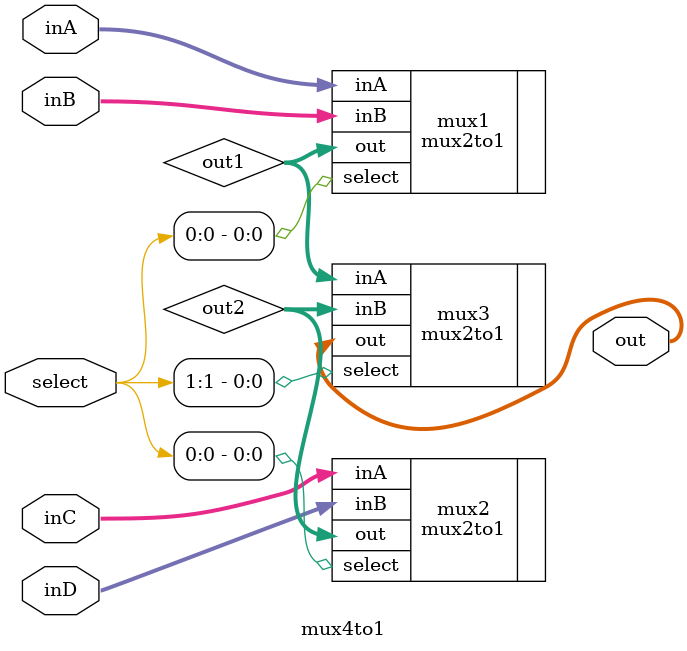
<source format=v>
`timescale 1ns / 1ps
`default_nettype none //helps catch typo-related bugs
module mux4to1(select, inA, inB, inC, inD, out);

	//parameter definitions
	parameter N = 32;
	//port definitions - customize for different bit widths
	input wire [N-1:0] inA, inB, inC, inD;
	input wire [1:0] select;
	output wire [N-1:0] out;
	wire [N-1:0] out1, out2;
	
	//module body
	mux2to1 #(.N(N)) mux1 (.select(select[0]), .inA(inA), .inB(inB), .out(out1));
	mux2to1 #(.N(N)) mux2 (.select(select[0]), .inA(inC), .inB(inD), .out(out2));
	mux2to1 #(.N(N)) mux3 (.select(select[1]), .inA(out1), .inB(out2), .out(out));

endmodule
`default_nettype wire //some Xilinx IP requires that the default_nettype be set to wire

</source>
